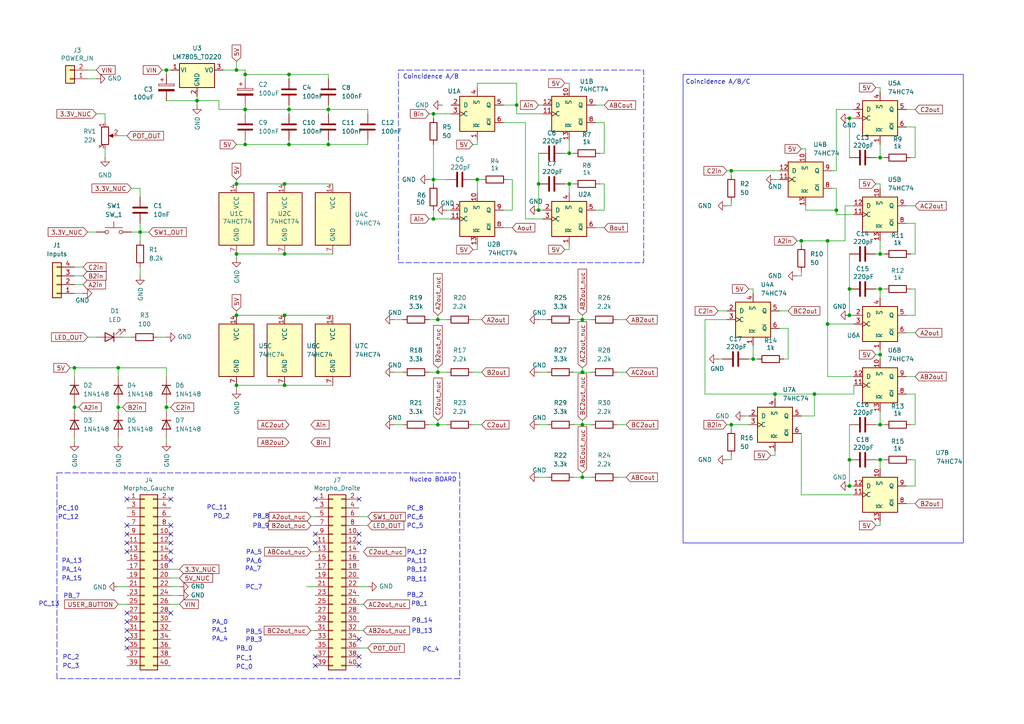
<source format=kicad_sch>
(kicad_sch (version 20231120) (generator "eeschema") (generator_version "8.0")
  (paper "A4")
  (junction (at 156.21 53.34))
  (junction (at 83.82 31.75))
  (junction (at 138.43 52.07))
  (junction (at 232.41 69.85))
  (junction (at 57.15 29.21))
  (junction (at 21.59 106.68))
  (junction (at 48.26 20.32))
  (junction (at 127 92.71))
  (junction (at 240.03 69.85))
  (junction (at 82.55 53.34))
  (junction (at 68.58 111.76))
  (junction (at 236.22 114.3))
  (junction (at 246.38 133.35))
  (junction (at 242.57 60.96))
  (junction (at 82.55 73.66))
  (junction (at 240.03 93.98))
  (junction (at 83.82 21.59))
  (junction (at 168.91 123.19))
  (junction (at 127 107.95))
  (junction (at 68.58 73.66))
  (junction (at 71.12 31.75))
  (junction (at 83.82 41.91))
  (junction (at 125.73 33.02))
  (junction (at 34.29 118.11))
  (junction (at 82.55 91.44))
  (junction (at 156.21 60.96))
  (junction (at 125.73 52.07))
  (junction (at 68.58 20.32))
  (junction (at 255.27 123.19))
  (junction (at 82.55 111.76))
  (junction (at 255.27 102.87))
  (junction (at 95.25 41.91))
  (junction (at 255.27 45.72))
  (junction (at 224.79 114.3))
  (junction (at 165.1 53.34))
  (junction (at 165.1 44.45))
  (junction (at 168.91 107.95))
  (junction (at 246.38 34.29))
  (junction (at 246.38 140.97))
  (junction (at 68.58 53.34))
  (junction (at 125.73 63.5))
  (junction (at 34.29 106.68))
  (junction (at 255.27 83.82))
  (junction (at 71.12 21.59))
  (junction (at 68.58 91.44))
  (junction (at 246.38 91.44))
  (junction (at 127 123.19))
  (junction (at 48.26 118.11))
  (junction (at 212.09 49.53))
  (junction (at 255.27 133.35))
  (junction (at 71.12 41.91))
  (junction (at 218.44 104.14))
  (junction (at 40.64 67.31))
  (junction (at 168.91 92.71))
  (junction (at 246.38 83.82))
  (junction (at 255.27 73.66))
  (junction (at 21.59 118.11))
  (junction (at 95.25 31.75))
  (junction (at 149.86 30.48))
  (junction (at 168.91 138.43))
  (junction (at 212.09 123.19))
  (no_connect (at 91.44 154.94))
  (no_connect (at 91.44 193.04))
  (no_connect (at 91.44 190.5))
  (no_connect (at 49.53 154.94))
  (no_connect (at 104.14 185.42))
  (no_connect (at 36.83 160.02))
  (no_connect (at 36.83 152.4))
  (no_connect (at 104.14 193.04))
  (no_connect (at 49.53 157.48))
  (no_connect (at 36.83 185.42))
  (no_connect (at 36.83 180.34))
  (no_connect (at 49.53 160.02))
  (no_connect (at 49.53 152.4))
  (no_connect (at 49.53 177.8))
  (no_connect (at 49.53 162.56))
  (no_connect (at 36.83 177.8))
  (no_connect (at 104.14 190.5))
  (no_connect (at 104.14 154.94))
  (no_connect (at 49.53 144.78))
  (no_connect (at 36.83 144.78))
  (no_connect (at 104.14 157.48))
  (no_connect (at 36.83 157.48))
  (no_connect (at 36.83 154.94))
  (no_connect (at 36.83 182.88))
  (no_connect (at 91.44 144.78))
  (no_connect (at 104.14 144.78))
  (no_connect (at 36.83 187.96))
  (no_connect (at 91.44 157.48))
  (wire (pts (xy 95.25 31.75) (xy 95.25 30.48)))
  (wire (pts (xy 82.55 91.44) (xy 96.52 91.44)))
  (wire (pts (xy 255.27 123.19) (xy 256.54 123.19)))
  (wire (pts (xy 127 107.95) (xy 129.54 107.95)))
  (wire (pts (xy 232.41 78.74) (xy 232.41 80.01)))
  (wire (pts (xy 247.65 114.3) (xy 247.65 111.76)))
  (wire (pts (xy 262.89 64.77) (xy 265.43 64.77)))
  (wire (pts (xy 68.58 41.91) (xy 71.12 41.91)))
  (wire (pts (xy 90.17 182.88) (xy 91.44 182.88)))
  (wire (pts (xy 246.38 34.29) (xy 247.65 34.29)))
  (wire (pts (xy 232.41 120.65) (xy 236.22 120.65)))
  (wire (pts (xy 163.83 44.45) (xy 165.1 44.45)))
  (wire (pts (xy 149.86 33.02) (xy 157.48 33.02)))
  (wire (pts (xy 212.09 123.19) (xy 217.17 123.19)))
  (wire (pts (xy 156.21 107.95) (xy 158.75 107.95)))
  (wire (pts (xy 52.07 167.64) (xy 49.53 167.64)))
  (wire (pts (xy 68.58 17.78) (xy 68.58 20.32)))
  (wire (pts (xy 223.52 132.08) (xy 224.79 132.08)))
  (wire (pts (xy 82.55 73.66) (xy 96.52 73.66)))
  (wire (pts (xy 48.26 118.11) (xy 48.26 119.38)))
  (wire (pts (xy 255.27 73.66) (xy 256.54 73.66)))
  (wire (pts (xy 264.16 133.35) (xy 265.43 133.35)))
  (wire (pts (xy 71.12 31.75) (xy 63.5 31.75)))
  (wire (pts (xy 210.82 59.69) (xy 212.09 59.69)))
  (wire (pts (xy 166.37 123.19) (xy 168.91 123.19)))
  (wire (pts (xy 168.91 138.43) (xy 171.45 138.43)))
  (wire (pts (xy 138.43 52.07) (xy 138.43 55.88)))
  (wire (pts (xy 215.9 120.65) (xy 217.17 120.65)))
  (wire (pts (xy 82.55 53.34) (xy 96.52 53.34)))
  (wire (pts (xy 262.89 146.05) (xy 265.43 146.05)))
  (wire (pts (xy 38.1 67.31) (xy 40.64 67.31)))
  (wire (pts (xy 68.58 91.44) (xy 82.55 91.44)))
  (wire (pts (xy 49.53 175.26) (xy 52.07 175.26)))
  (wire (pts (xy 204.47 114.3) (xy 204.47 92.71)))
  (wire (pts (xy 168.91 121.92) (xy 168.91 123.19)))
  (wire (pts (xy 129.54 60.96) (xy 130.81 60.96)))
  (wire (pts (xy 63.5 29.21) (xy 57.15 29.21)))
  (wire (pts (xy 247.65 109.22) (xy 240.03 109.22)))
  (wire (pts (xy 68.58 111.76) (xy 68.58 113.03)))
  (wire (pts (xy 114.3 123.19) (xy 116.84 123.19)))
  (wire (pts (xy 165.1 44.45) (xy 166.37 44.45)))
  (wire (pts (xy 125.73 53.34) (xy 125.73 52.07)))
  (wire (pts (xy 242.57 62.23) (xy 242.57 60.96)))
  (wire (pts (xy 204.47 92.71) (xy 210.82 92.71)))
  (wire (pts (xy 27.94 33.02) (xy 30.48 33.02)))
  (wire (pts (xy 226.06 90.17) (xy 228.6 90.17)))
  (wire (pts (xy 246.38 91.44) (xy 246.38 83.82)))
  (wire (pts (xy 34.29 118.11) (xy 34.29 119.38)))
  (wire (pts (xy 233.68 43.18) (xy 233.68 44.45)))
  (wire (pts (xy 125.73 41.91) (xy 125.73 52.07)))
  (wire (pts (xy 227.33 104.14) (xy 228.6 104.14)))
  (wire (pts (xy 25.4 67.31) (xy 27.94 67.31)))
  (wire (pts (xy 21.59 127) (xy 21.59 128.27)))
  (wire (pts (xy 63.5 31.75) (xy 63.5 29.21)))
  (wire (pts (xy 262.89 96.52) (xy 265.43 96.52)))
  (wire (pts (xy 146.05 60.96) (xy 148.59 60.96)))
  (wire (pts (xy 68.58 53.34) (xy 82.55 53.34)))
  (wire (pts (xy 173.99 44.45) (xy 175.26 44.45)))
  (wire (pts (xy 255.27 53.34) (xy 255.27 54.61)))
  (wire (pts (xy 254 25.4) (xy 255.27 25.4)))
  (wire (pts (xy 247.65 91.44) (xy 246.38 91.44)))
  (wire (pts (xy 83.82 31.75) (xy 83.82 30.48)))
  (wire (pts (xy 35.56 118.11) (xy 34.29 118.11)))
  (wire (pts (xy 172.72 30.48) (xy 175.26 30.48)))
  (wire (pts (xy 64.77 20.32) (xy 68.58 20.32)))
  (wire (pts (xy 212.09 49.53) (xy 212.09 50.8)))
  (wire (pts (xy 21.59 118.11) (xy 21.59 116.84)))
  (wire (pts (xy 127 106.68) (xy 127 107.95)))
  (wire (pts (xy 104.14 152.4) (xy 106.68 152.4)))
  (wire (pts (xy 49.53 172.72) (xy 52.07 172.72)))
  (wire (pts (xy 210.82 49.53) (xy 212.09 49.53)))
  (wire (pts (xy 236.22 114.3) (xy 236.22 120.65)))
  (wire (pts (xy 106.68 41.91) (xy 95.25 41.91)))
  (wire (pts (xy 152.4 35.56) (xy 152.4 63.5)))
  (wire (pts (xy 156.21 123.19) (xy 158.75 123.19)))
  (wire (pts (xy 90.17 160.02) (xy 91.44 160.02)))
  (wire (pts (xy 49.53 165.1) (xy 52.07 165.1)))
  (wire (pts (xy 218.44 83.82) (xy 218.44 85.09)))
  (wire (pts (xy 125.73 60.96) (xy 125.73 63.5)))
  (wire (pts (xy 156.21 60.96) (xy 157.48 60.96)))
  (wire (pts (xy 34.29 170.18) (xy 36.83 170.18)))
  (wire (pts (xy 254 102.87) (xy 255.27 102.87)))
  (wire (pts (xy 104.14 175.26) (xy 105.41 175.26)))
  (wire (pts (xy 104.14 170.18) (xy 106.68 170.18)))
  (wire (pts (xy 246.38 34.29) (xy 246.38 45.72)))
  (wire (pts (xy 264.16 123.19) (xy 265.43 123.19)))
  (wire (pts (xy 254 73.66) (xy 255.27 73.66)))
  (wire (pts (xy 254 45.72) (xy 255.27 45.72)))
  (wire (pts (xy 34.29 175.26) (xy 36.83 175.26)))
  (wire (pts (xy 212.09 49.53) (xy 226.06 49.53)))
  (wire (pts (xy 245.11 59.69) (xy 245.11 69.85)))
  (wire (pts (xy 38.1 54.61) (xy 40.64 54.61)))
  (wire (pts (xy 212.09 123.19) (xy 212.09 124.46)))
  (wire (pts (xy 127 123.19) (xy 129.54 123.19)))
  (wire (pts (xy 125.73 52.07) (xy 129.54 52.07)))
  (wire (pts (xy 125.73 63.5) (xy 130.81 63.5)))
  (wire (pts (xy 71.12 31.75) (xy 83.82 31.75)))
  (wire (pts (xy 68.58 73.66) (xy 82.55 73.66)))
  (wire (pts (xy 246.38 140.97) (xy 247.65 140.97)))
  (wire (pts (xy 165.1 72.39) (xy 165.1 71.12)))
  (wire (pts (xy 20.32 106.68) (xy 21.59 106.68)))
  (wire (pts (xy 137.16 41.91) (xy 138.43 41.91)))
  (wire (pts (xy 114.3 107.95) (xy 116.84 107.95)))
  (wire (pts (xy 232.41 69.85) (xy 232.41 71.12)))
  (wire (pts (xy 83.82 31.75) (xy 83.82 33.02)))
  (wire (pts (xy 49.53 170.18) (xy 52.07 170.18)))
  (wire (pts (xy 82.55 111.76) (xy 96.52 111.76)))
  (wire (pts (xy 138.43 24.13) (xy 138.43 25.4)))
  (wire (pts (xy 254 123.19) (xy 255.27 123.19)))
  (wire (pts (xy 246.38 123.19) (xy 246.38 133.35)))
  (wire (pts (xy 25.4 97.79) (xy 27.94 97.79)))
  (wire (pts (xy 262.89 140.97) (xy 265.43 140.97)))
  (wire (pts (xy 179.07 92.71) (xy 181.61 92.71)))
  (wire (pts (xy 255.27 83.82) (xy 255.27 86.36)))
  (wire (pts (xy 21.59 118.11) (xy 21.59 119.38)))
  (wire (pts (xy 242.57 60.96) (xy 233.68 60.96)))
  (wire (pts (xy 166.37 92.71) (xy 168.91 92.71)))
  (wire (pts (xy 262.89 59.69) (xy 265.43 59.69)))
  (wire (pts (xy 138.43 72.39) (xy 138.43 71.12)))
  (wire (pts (xy 231.14 69.85) (xy 232.41 69.85)))
  (wire (pts (xy 127 121.92) (xy 127 123.19)))
  (wire (pts (xy 48.26 127) (xy 48.26 128.27)))
  (wire (pts (xy 255.27 45.72) (xy 256.54 45.72)))
  (wire (pts (xy 212.09 133.35) (xy 212.09 132.08)))
  (wire (pts (xy 104.14 182.88) (xy 105.41 182.88)))
  (wire (pts (xy 255.27 25.4) (xy 255.27 26.67)))
  (wire (pts (xy 228.6 95.25) (xy 228.6 104.14)))
  (wire (pts (xy 232.41 80.01) (xy 231.14 80.01)))
  (wire (pts (xy 124.46 123.19) (xy 127 123.19)))
  (wire (pts (xy 146.05 30.48) (xy 149.86 30.48)))
  (wire (pts (xy 255.27 133.35) (xy 255.27 135.89)))
  (wire (pts (xy 34.29 106.68) (xy 34.29 109.22)))
  (wire (pts (xy 246.38 133.35) (xy 246.38 140.97)))
  (wire (pts (xy 137.16 52.07) (xy 138.43 52.07)))
  (wire (pts (xy 137.16 107.95) (xy 139.7 107.95)))
  (wire (pts (xy 240.03 93.98) (xy 240.03 69.85)))
  (wire (pts (xy 233.68 60.96) (xy 233.68 59.69)))
  (wire (pts (xy 156.21 53.34) (xy 156.21 60.96)))
  (wire (pts (xy 127 92.71) (xy 129.54 92.71)))
  (wire (pts (xy 48.26 118.11) (xy 48.26 116.84)))
  (wire (pts (xy 165.1 24.13) (xy 165.1 25.4)))
  (wire (pts (xy 168.91 92.71) (xy 171.45 92.71)))
  (wire (pts (xy 149.86 30.48) (xy 149.86 33.02)))
  (wire (pts (xy 247.65 93.98) (xy 240.03 93.98)))
  (wire (pts (xy 262.89 36.83) (xy 265.43 36.83)))
  (wire (pts (xy 125.73 33.02) (xy 130.81 33.02)))
  (wire (pts (xy 166.37 138.43) (xy 168.91 138.43)))
  (wire (pts (xy 139.7 52.07) (xy 138.43 52.07)))
  (wire (pts (xy 95.25 41.91) (xy 83.82 41.91)))
  (wire (pts (xy 34.29 39.37) (xy 36.83 39.37)))
  (wire (pts (xy 218.44 100.33) (xy 218.44 104.14)))
  (wire (pts (xy 40.64 54.61) (xy 40.64 57.15)))
  (wire (pts (xy 210.82 133.35) (xy 212.09 133.35)))
  (wire (pts (xy 57.15 29.21) (xy 57.15 30.48)))
  (wire (pts (xy 245.11 69.85) (xy 240.03 69.85)))
  (wire (pts (xy 68.58 111.76) (xy 82.55 111.76)))
  (wire (pts (xy 68.58 73.66) (xy 68.58 74.93)))
  (wire (pts (xy 30.48 43.18) (xy 30.48 45.72)))
  (wire (pts (xy 40.64 77.47) (xy 40.64 80.01)))
  (wire (pts (xy 95.25 21.59) (xy 83.82 21.59)))
  (wire (pts (xy 254 152.4) (xy 255.27 152.4)))
  (wire (pts (xy 212.09 59.69) (xy 212.09 58.42)))
  (wire (pts (xy 240.03 93.98) (xy 240.03 109.22)))
  (wire (pts (xy 172.72 66.04) (xy 175.26 66.04)))
  (wire (pts (xy 224.79 132.08) (xy 224.79 130.81)))
  (wire (pts (xy 262.89 91.44) (xy 265.43 91.44)))
  (wire (pts (xy 104.14 149.86) (xy 106.68 149.86)))
  (wire (pts (xy 137.16 72.39) (xy 138.43 72.39)))
  (wire (pts (xy 224.79 52.07) (xy 226.06 52.07)))
  (wire (pts (xy 125.73 33.02) (xy 125.73 34.29)))
  (wire (pts (xy 21.59 77.47) (xy 24.13 77.47)))
  (wire (pts (xy 125.73 52.07) (xy 124.46 52.07)))
  (polyline (pts (xy 16.51 137.16) (xy 133.35 137.16)) (stroke (width 0) (type dash)))
  (wire (pts (xy 95.25 22.86) (xy 95.25 21.59)))
  (wire (pts (xy 83.82 41.91) (xy 71.12 41.91)))
  (wire (pts (xy 242.57 31.75) (xy 247.65 31.75)))
  (wire (pts (xy 148.59 60.96) (xy 148.59 52.07)))
  (wire (pts (xy 71.12 21.59) (xy 71.12 22.86)))
  (wire (pts (xy 163.83 24.13) (xy 165.1 24.13)))
  (wire (pts (xy 95.25 31.75) (xy 95.25 33.02)))
  (wire (pts (xy 254 83.82) (xy 255.27 83.82)))
  (wire (pts (xy 68.58 90.17) (xy 68.58 91.44)))
  (wire (pts (xy 146.05 66.04) (xy 148.59 66.04)))
  (wire (pts (xy 173.99 53.34) (xy 175.26 53.34)))
  (wire (pts (xy 255.27 69.85) (xy 255.27 73.66)))
  (wire (pts (xy 21.59 82.55) (xy 24.13 82.55)))
  (wire (pts (xy 232.41 43.18) (xy 233.68 43.18)))
  (wire (pts (xy 49.53 118.11) (xy 48.26 118.11)))
  (wire (pts (xy 264.16 45.72) (xy 265.43 45.72)))
  (wire (pts (xy 40.64 67.31) (xy 40.64 64.77)))
  (wire (pts (xy 124.46 33.02) (xy 125.73 33.02)))
  (wire (pts (xy 265.43 91.44) (xy 265.43 83.82)))
  (wire (pts (xy 156.21 44.45) (xy 156.21 53.34)))
  (wire (pts (xy 106.68 40.64) (xy 106.68 41.91)))
  (wire (pts (xy 262.89 109.22) (xy 265.43 109.22)))
  (wire (pts (xy 127 91.44) (xy 127 92.71)))
  (wire (pts (xy 236.22 114.3) (xy 224.79 114.3)))
  (wire (pts (xy 217.17 83.82) (xy 218.44 83.82)))
  (wire (pts (xy 254 53.34) (xy 255.27 53.34)))
  (wire (pts (xy 48.26 106.68) (xy 48.26 109.22)))
  (wire (pts (xy 71.12 31.75) (xy 71.12 33.02)))
  (wire (pts (xy 48.26 29.21) (xy 57.15 29.21)))
  (wire (pts (xy 156.21 30.48) (xy 157.48 30.48)))
  (wire (pts (xy 106.68 31.75) (xy 95.25 31.75)))
  (wire (pts (xy 255.27 119.38) (xy 255.27 123.19)))
  (wire (pts (xy 34.29 127) (xy 34.29 128.27)))
  (wire (pts (xy 256.54 133.35) (xy 255.27 133.35)))
  (wire (pts (xy 210.82 123.19) (xy 212.09 123.19)))
  (wire (pts (xy 114.3 92.71) (xy 116.84 92.71)))
  (wire (pts (xy 175.26 35.56) (xy 172.72 35.56)))
  (wire (pts (xy 35.56 97.79) (xy 38.1 97.79)))
  (wire (pts (xy 217.17 104.14) (xy 218.44 104.14)))
  (wire (pts (xy 265.43 64.77) (xy 265.43 73.66)))
  (wire (pts (xy 175.26 44.45) (xy 175.26 35.56)))
  (wire (pts (xy 208.28 104.14) (xy 209.55 104.14)))
  (wire (pts (xy 241.3 54.61) (xy 242.57 54.61)))
  (wire (pts (xy 68.58 52.07) (xy 68.58 53.34)))
  (wire (pts (xy 124.46 107.95) (xy 127 107.95)))
  (wire (pts (xy 255.27 102.87) (xy 255.27 101.6)))
  (wire (pts (xy 236.22 114.3) (xy 247.65 114.3)))
  (wire (pts (xy 148.59 52.07) (xy 147.32 52.07)))
  (wire (pts (xy 226.06 95.25) (xy 228.6 95.25)))
  (wire (pts (xy 265.43 36.83) (xy 265.43 45.72)))
  (wire (pts (xy 265.43 114.3) (xy 265.43 123.19)))
  (wire (pts (xy 46.99 20.32) (xy 48.26 20.32)))
  (wire (pts (xy 21.59 106.68) (xy 21.59 109.22)))
  (wire (pts (xy 255.27 152.4) (xy 255.27 151.13)))
  (wire (pts (xy 34.29 106.68) (xy 48.26 106.68)))
  (wire (pts (xy 21.59 80.01) (xy 24.13 80.01)))
  (wire (pts (xy 264.16 73.66) (xy 265.43 73.66)))
  (wire (pts (xy 90.17 149.86) (xy 91.44 149.86)))
  (wire (pts (xy 165.1 40.64) (xy 165.1 44.45)))
  (wire (pts (xy 30.48 33.02) (xy 30.48 35.56)))
  (wire (pts (xy 218.44 104.14) (xy 219.71 104.14)))
  (wire (pts (xy 104.14 187.96) (xy 106.68 187.96)))
  (wire (pts (xy 88.9 170.18) (xy 91.44 170.18)))
  (wire (pts (xy 255.27 41.91) (xy 255.27 45.72)))
  (wire (pts (xy 247.65 143.51) (xy 232.41 143.51)))
  (wire (pts (xy 264.16 83.82) (xy 265.43 83.82)))
  (wire (pts (xy 48.26 20.32) (xy 48.26 21.59)))
  (wire (pts (xy 179.07 123.19) (xy 181.61 123.19)))
  (wire (pts (xy 254 133.35) (xy 255.27 133.35)))
  (wire (pts (xy 246.38 73.66) (xy 246.38 83.82)))
  (wire (pts (xy 168.91 91.44) (xy 168.91 92.71)))
  (wire (pts (xy 156.21 92.71) (xy 158.75 92.71)))
  (wire (pts (xy 168.91 137.16) (xy 168.91 138.43)))
  (wire (pts (xy 152.4 35.56) (xy 146.05 35.56)))
  (wire (pts (xy 265.43 140.97) (xy 265.43 133.35)))
  (wire (pts (xy 71.12 40.64) (xy 71.12 41.91)))
  (wire (pts (xy 95.25 40.64) (xy 95.25 41.91)))
  (wire (pts (xy 71.12 21.59) (xy 83.82 21.59)))
  (wire (pts (xy 149.86 30.48) (xy 149.86 24.13)))
  (wire (pts (xy 90.17 152.4) (xy 91.44 152.4)))
  (wire (pts (xy 25.4 22.86) (xy 27.94 22.86)))
  (wire (pts (xy 124.46 92.71) (xy 127 92.71)))
  (wire (pts (xy 240.03 69.85) (xy 232.41 69.85)))
  (wire (pts (xy 242.57 49.53) (xy 242.57 31.75)))
  (wire (pts (xy 83.82 31.75) (xy 95.25 31.75)))
  (wire (pts (xy 166.37 107.95) (xy 168.91 107.95)))
  (wire (pts (xy 21.59 106.68) (xy 34.29 106.68)))
  (wire (pts (xy 34.29 118.11) (xy 34.29 116.84)))
  (wire (pts (xy 179.07 138.43) (xy 181.61 138.43)))
  (wire (pts (xy 71.12 20.32) (xy 71.12 21.59)))
  (polyline (pts (xy 16.51 196.85) (xy 16.51 137.16)) (stroke (width 0) (type dash)))
  (wire (pts (xy 175.26 53.34) (xy 175.26 60.96)))
  (wire (pts (xy 40.64 67.31) (xy 43.18 67.31)))
  (wire (pts (xy 157.48 63.5) (xy 152.4 63.5)))
  (polyline (pts (xy 133.35 137.16) (xy 133.35 196.85)) (stroke (width 0) (type dash)))
  (wire (pts (xy 247.65 59.69) (xy 245.11 59.69)))
  (wire (pts (xy 71.12 30.48) (xy 71.12 31.75)))
  (wire (pts (xy 163.83 53.34) (xy 165.1 53.34)))
  (wire (pts (xy 166.37 53.34) (xy 165.1 53.34)))
  (wire (pts (xy 149.86 24.13) (xy 138.43 24.13)))
  (wire (pts (xy 48.26 20.32) (xy 49.53 20.32)))
  (wire (pts (xy 156.21 138.43) (xy 158.75 138.43)))
  (wire (pts (xy 241.3 49.53) (xy 242.57 49.53)))
  (wire (pts (xy 138.43 41.91) (xy 138.43 40.64)))
  (wire (pts (xy 168.91 123.19) (xy 171.45 123.19)))
  (wire (pts (xy 256.54 83.82) (xy 255.27 83.82)))
  (wire (pts (xy 22.86 118.11) (xy 21.59 118.11)))
  (wire (pts (xy 83.82 22.86) (xy 83.82 21.59)))
  (wire (pts (xy 242.57 54.61) (xy 242.57 60.96)))
  (wire (pts (xy 168.91 107.95) (xy 171.45 107.95)))
  (wire (pts (xy 232.41 143.51) (xy 232.41 125.73)))
  (wire (pts (xy 124.46 63.5) (xy 125.73 63.5)))
  (wire (pts (xy 224.79 114.3) (xy 224.79 115.57)))
  (wire (pts (xy 45.72 97.79) (xy 48.26 97.79)))
  (wire (pts (xy 137.16 92.71) (xy 139.7 92.71)))
  (wire (pts (xy 262.89 114.3) (xy 265.43 114.3)))
  (wire (pts (xy 168.91 106.68) (xy 168.91 107.95)))
  (wire (pts (xy 208.28 90.17) (xy 210.82 90.17)))
  (polyline (pts (xy 133.35 196.85) (xy 16.51 196.85)) (stroke (width 0) (type dash)))
  (wire (pts (xy 137.16 123.19) (xy 139.7 123.19)))
  (wire (pts (xy 262.89 31.75) (xy 265.43 31.75)))
  (wire (pts (xy 165.1 53.34) (xy 165.1 55.88)))
  (wire (pts (xy 25.4 20.32) (xy 27.94 20.32)))
  (wire (pts (xy 175.26 60.96) (xy 172.72 60.96)))
  (wire (pts (xy 57.15 27.94) (xy 57.15 29.21)))
  (wire (pts (xy 224.79 114.3) (xy 204.47 114.3)))
  (wire (pts (xy 40.64 67.31) (xy 40.64 69.85)))
  (wire (pts (xy 83.82 40.64) (xy 83.82 41.91)))
  (wire (pts (xy 255.27 102.87) (xy 255.27 104.14)))
  (wire (pts (xy 242.57 62.23) (xy 247.65 62.23)))
  (wire (pts (xy 68.58 20.32) (xy 71.12 20.32)))
  (wire (pts (xy 106.68 33.02) (xy 106.68 31.75)))
  (wire (pts (xy 163.83 72.39) (xy 165.1 72.39)))
  (wire (pts (xy 21.59 85.09) (xy 24.13 85.09)))
  (wire (pts (xy 179.07 107.95) (xy 181.61 107.95)))
  (rectangle (start 115.57 20.32) (end 186.69 76.2) (stroke (width 0) (type dash)))
  (rectangle (start 198.12 21.59) (end 279.4 157.48))
  (text "PA_12" (at 120.904 160.274 0) (effects (font (size 1.27 1.27))))
  (text "PC_2" (at 20.574 190.754 0) (effects (font (size 1.27 1.27))))
  (text "PB_8" (at 75.692 149.86 0) (effects (font (size 1.27 1.27))))
  (text "PA_7" (at 73.406 165.1 0) (effects (font (size 1.27 1.27))))
  (text "PB_0" (at 70.866 188.214 0) (effects (font (size 1.27 1.27))))
  (text "PC_8" (at 120.396 147.574 0) (effects (font (size 1.27 1.27))))
  (text "PC_11" (at 62.992 147.32 0) (effects (font (size 1.27 1.27))))
  (text "PB_3\n\n" (at 73.66 186.69 0) (effects (font (size 1.27 1.27))))
  (text "PA_5" (at 73.66 160.274 0) (effects (font (size 1.27 1.27))))
  (text "PB_13" (at 122.428 183.134 0) (effects (font (size 1.27 1.27))))
  (text "PA_14" (at 20.828 165.354 0) (effects (font (size 1.27 1.27))))
  (text "Coincidence A/B" (at 124.968 22.352 0) (effects (font (size 1.27 1.27))))
  (text "PB_11" (at 120.904 168.148 0) (effects (font (size 1.27 1.27))))
  (text "Coincidence A/B/C" (at 208.28 23.876 0) (effects (font (size 1.27 1.27))))
  (text "PC_7" (at 73.66 170.434 0) (effects (font (size 1.27 1.27))))
  (text "PB_9" (at 75.692 152.654 0) (effects (font (size 1.27 1.27))))
  (text "PC_5" (at 120.396 152.654 0) (effects (font (size 1.27 1.27))))
  (text "PB_2" (at 120.396 172.72 0) (effects (font (size 1.27 1.27))))
  (text "PC_1" (at 70.866 191.008 0) (effects (font (size 1.27 1.27))))
  (text "PC_12" (at 19.812 150.114 0) (effects (font (size 1.27 1.27))))
  (text "PB_14" (at 122.428 180.086 0) (effects (font (size 1.27 1.27))))
  (text "PC_13" (at 14.224 175.26 0) (effects (font (size 1.27 1.27))))
  (text "PD_2" (at 64.262 149.86 0) (effects (font (size 1.27 1.27))))
  (text "PA_15" (at 20.828 167.894 0) (effects (font (size 1.27 1.27))))
  (text "PC_10" (at 19.812 147.574 0) (effects (font (size 1.27 1.27))))
  (text "PA_11" (at 120.904 162.814 0) (effects (font (size 1.27 1.27))))
  (text "PC_4" (at 124.968 188.468 0) (effects (font (size 1.27 1.27))))
  (text "PA_6" (at 73.66 162.814 0) (effects (font (size 1.27 1.27))))
  (text "PA_13" (at 20.828 162.814 0) (effects (font (size 1.27 1.27))))
  (text "PB_7" (at 20.828 172.974 0) (effects (font (size 1.27 1.27))))
  (text "PA_1" (at 63.754 182.88 0) (effects (font (size 1.27 1.27))))
  (text "Nucleo BOARD" (at 118.618 139.954 0) (effects (font (size 1.27 1.27)) (justify left bottom)))
  (text "PC_0" (at 70.866 193.548 0) (effects (font (size 1.27 1.27))))
  (text "PB_12" (at 120.904 165.354 0) (effects (font (size 1.27 1.27))))
  (text "PC_3" (at 20.574 193.294 0) (effects (font (size 1.27 1.27))))
  (text "PB_1\n" (at 121.666 175.26 0) (effects (font (size 1.27 1.27))))
  (text "PA_0" (at 63.754 180.594 0) (effects (font (size 1.27 1.27))))
  (text "PA_4" (at 63.754 185.42 0) (effects (font (size 1.27 1.27))))
  (text "PC_6" (at 120.396 150.114 0) (effects (font (size 1.27 1.27))))
  (text "PB_5\n\n" (at 73.66 184.404 0) (effects (font (size 1.27 1.27))))
  (global_label "A2in" (shape input) (at 24.13 82.55 0) (property "Intersheetrefs" "${INTERSHEET_REFS}" (effects (hide yes))))
  (global_label "USER_BUTTON" (shape input) (at 34.29 175.26 180) (property "Intersheetrefs" "${INTERSHEET_REFS}" (effects (hide yes))))
  (global_label "C2out_nuc" (shape input) (at 105.41 160.02 0) (property "Intersheetrefs" "${INTERSHEET_REFS}" (effects (hide yes))))
  (global_label "A2out" (shape input) (at 139.7 92.71 0) (property "Intersheetrefs" "${INTERSHEET_REFS}" (effects (hide yes))))
  (global_label "BC2out_nuc" (shape input) (at 90.17 182.88 180) (property "Intersheetrefs" "${INTERSHEET_REFS}" (effects (hide yes))))
  (global_label "5V" (shape input) (at 254 152.4 180) (property "Intersheetrefs" "${INTERSHEET_REFS}" (effects (hide yes))))
  (global_label "Bin" (shape input) (at 124.46 33.02 180) (property "Intersheetrefs" "${INTERSHEET_REFS}" (effects (hide yes))))
  (global_label "B2out_nuc" (shape input) (at 127 106.68 90) (property "Intersheetrefs" "${INTERSHEET_REFS}" (effects (hide yes))))
  (global_label "B2in" (shape input) (at 210.82 123.19 180) (property "Intersheetrefs" "${INTERSHEET_REFS}" (effects (hide yes))))
  (global_label "A2out" (shape input) (at 265.43 96.52 0) (property "Intersheetrefs" "${INTERSHEET_REFS}" (effects (hide yes))))
  (global_label "VIN" (shape input) (at 27.94 20.32 0) (property "Intersheetrefs" "${INTERSHEET_REFS}" (effects (hide yes))))
  (global_label "SW1_OUT" (shape input) (at 43.18 67.31 0) (property "Intersheetrefs" "${INTERSHEET_REFS}" (effects (hide yes))))
  (global_label "B2out" (shape input) (at 265.43 146.05 0) (property "Intersheetrefs" "${INTERSHEET_REFS}" (effects (hide yes))))
  (global_label "LED_OUT" (shape input) (at 25.4 97.79 180) (property "Intersheetrefs" "${INTERSHEET_REFS}" (effects (hide yes))))
  (global_label "C2in" (shape input) (at 24.13 77.47 0) (property "Intersheetrefs" "${INTERSHEET_REFS}" (effects (hide yes))))
  (global_label "Ain" (shape input) (at 124.46 63.5 180) (property "Intersheetrefs" "${INTERSHEET_REFS}" (effects (hide yes))))
  (global_label "AB2out" (shape input) (at 265.43 109.22 0) (property "Intersheetrefs" "${INTERSHEET_REFS}" (effects (hide yes))))
  (global_label "ABCout_nuc" (shape input) (at 90.17 160.02 180) (property "Intersheetrefs" "${INTERSHEET_REFS}" (effects (hide yes))))
  (global_label "3.3V_NUC" (shape input) (at 38.1 54.61 180) (property "Intersheetrefs" "${INTERSHEET_REFS}" (effects (hide yes))))
  (global_label "POT_OUT" (shape input) (at 36.83 39.37 0) (property "Intersheetrefs" "${INTERSHEET_REFS}" (effects (hide yes))))
  (global_label "3.3V_NUC" (shape input) (at 52.07 165.1 0) (property "Intersheetrefs" "${INTERSHEET_REFS}" (effects (hide yes))))
  (global_label "5V" (shape input) (at 254 102.87 180) (property "Intersheetrefs" "${INTERSHEET_REFS}" (effects (hide yes))))
  (global_label "Ain" (shape input) (at 90.17 123.19 0) (property "Intersheetrefs" "${INTERSHEET_REFS}" (effects (hide yes))))
  (global_label "5V" (shape input) (at 137.16 41.91 180) (property "Intersheetrefs" "${INTERSHEET_REFS}" (effects (hide yes))))
  (global_label "5V" (shape input) (at 232.41 43.18 180) (property "Intersheetrefs" "${INTERSHEET_REFS}" (effects (hide yes))))
  (global_label "C2out" (shape input) (at 265.43 31.75 0) (property "Intersheetrefs" "${INTERSHEET_REFS}" (effects (hide yes))))
  (global_label "C2out_nuc" (shape input) (at 127 121.92 90) (property "Intersheetrefs" "${INTERSHEET_REFS}" (effects (hide yes))))
  (global_label "Ain" (shape input) (at 156.21 30.48 180) (property "Intersheetrefs" "${INTERSHEET_REFS}" (effects (hide yes))))
  (global_label "ABCout_nuc" (shape input) (at 168.91 137.16 90) (property "Intersheetrefs" "${INTERSHEET_REFS}" (effects (hide yes))))
  (global_label "C2in" (shape input) (at 208.28 90.17 180) (property "Intersheetrefs" "${INTERSHEET_REFS}" (effects (hide yes))))
  (global_label "B2in" (shape input) (at 35.56 118.11 0) (property "Intersheetrefs" "${INTERSHEET_REFS}" (effects (hide yes))))
  (global_label "AB2out" (shape input) (at 83.82 128.27 180) (property "Intersheetrefs" "${INTERSHEET_REFS}" (effects (hide yes))))
  (global_label "VIN" (shape input) (at 46.99 20.32 180) (property "Intersheetrefs" "${INTERSHEET_REFS}" (effects (hide yes))))
  (global_label "AB2out_nuc" (shape input) (at 168.91 91.44 90) (property "Intersheetrefs" "${INTERSHEET_REFS}" (effects (hide yes))))
  (global_label "5V" (shape input) (at 68.58 52.07 90) (property "Intersheetrefs" "${INTERSHEET_REFS}" (effects (hide yes))))
  (global_label "A2out_nuc" (shape input) (at 127 91.44 90) (property "Intersheetrefs" "${INTERSHEET_REFS}" (effects (hide yes))))
  (global_label "A2in" (shape input) (at 231.14 69.85 180) (property "Intersheetrefs" "${INTERSHEET_REFS}" (effects (hide yes))))
  (global_label "5V" (shape input) (at 217.17 83.82 180) (property "Intersheetrefs" "${INTERSHEET_REFS}" (effects (hide yes))))
  (global_label "B2out" (shape input) (at 139.7 107.95 0) (property "Intersheetrefs" "${INTERSHEET_REFS}" (effects (hide yes))))
  (global_label "5V" (shape input) (at 68.58 90.17 90) (property "Intersheetrefs" "${INTERSHEET_REFS}" (effects (hide yes))))
  (global_label "ABCout" (shape input) (at 175.26 30.48 0) (property "Intersheetrefs" "${INTERSHEET_REFS}" (effects (hide yes))))
  (global_label "AB2out_nuc" (shape input) (at 105.41 182.88 0) (property "Intersheetrefs" "${INTERSHEET_REFS}" (effects (hide yes))))
  (global_label "5V_NUC" (shape input) (at 52.07 167.64 0) (property "Intersheetrefs" "${INTERSHEET_REFS}" (effects (hide yes))))
  (global_label "BC2out" (shape input) (at 228.6 90.17 0) (property "Intersheetrefs" "${INTERSHEET_REFS}" (effects (hide yes))))
  (global_label "C2in" (shape input) (at 210.82 49.53 180) (property "Intersheetrefs" "${INTERSHEET_REFS}" (effects (hide yes))))
  (global_label "5V" (shape input) (at 254 53.34 180) (property "Intersheetrefs" "${INTERSHEET_REFS}" (effects (hide yes))))
  (global_label "Bin" (shape input) (at 90.17 128.27 0) (property "Intersheetrefs" "${INTERSHEET_REFS}" (effects (hide yes))))
  (global_label "B2in" (shape input) (at 24.13 80.01 0) (property "Intersheetrefs" "${INTERSHEET_REFS}" (effects (hide yes))))
  (global_label "5V" (shape input) (at 163.83 24.13 180) (property "Intersheetrefs" "${INTERSHEET_REFS}" (effects (hide yes))))
  (global_label "Bout" (shape input) (at 175.26 66.04 0) (property "Intersheetrefs" "${INTERSHEET_REFS}" (effects (hide yes))))
  (global_label "5V" (shape input) (at 163.83 72.39 180) (property "Intersheetrefs" "${INTERSHEET_REFS}" (effects (hide yes))))
  (global_label "AC2out_nuc" (shape input) (at 168.91 106.68 90) (property "Intersheetrefs" "${INTERSHEET_REFS}" (effects (hide yes))))
  (global_label "3.3V_NUC" (shape input) (at 25.4 67.31 180) (property "Intersheetrefs" "${INTERSHEET_REFS}" (effects (hide yes))))
  (global_label "POT_OUT" (shape input) (at 106.68 187.96 0) (property "Intersheetrefs" "${INTERSHEET_REFS}" (effects (hide yes))))
  (global_label "AC2out" (shape input) (at 83.82 123.19 180) (property "Intersheetrefs" "${INTERSHEET_REFS}" (effects (hide yes))))
  (global_label "5V" (shape input) (at 137.16 72.39 180) (property "Intersheetrefs" "${INTERSHEET_REFS}" (effects (hide yes))))
  (global_label "BC2out" (shape input) (at 181.61 123.19 0) (property "Intersheetrefs" "${INTERSHEET_REFS}" (effects (hide yes))))
  (global_label "C2in" (shape input) (at 49.53 118.11 0) (property "Intersheetrefs" "${INTERSHEET_REFS}" (effects (hide yes))))
  (global_label "AB2out" (shape input) (at 181.61 92.71 0) (property "Intersheetrefs" "${INTERSHEET_REFS}" (effects (hide yes))))
  (global_label "LED_OUT" (shape input) (at 106.68 152.4 0) (property "Intersheetrefs" "${INTERSHEET_REFS}" (effects (hide yes))))
  (global_label "AC2out" (shape input) (at 265.43 59.69 0) (property "Intersheetrefs" "${INTERSHEET_REFS}" (effects (hide yes))))
  (global_label "Aout" (shape input) (at 148.59 66.04 0) (property "Intersheetrefs" "${INTERSHEET_REFS}" (effects (hide yes))))
  (global_label "5V" (shape input) (at 68.58 17.78 90) (property "Intersheetrefs" "${INTERSHEET_REFS}" (effects (hide yes))))
  (global_label "SW1_OUT" (shape input) (at 106.68 149.86 0) (property "Intersheetrefs" "${INTERSHEET_REFS}" (effects (hide yes))))
  (global_label "AC2out" (shape input) (at 181.61 107.95 0) (property "Intersheetrefs" "${INTERSHEET_REFS}" (effects (hide yes))))
  (global_label "5V" (shape input) (at 254 25.4 180) (property "Intersheetrefs" "${INTERSHEET_REFS}" (effects (hide yes))))
  (global_label "ABCout" (shape input) (at 181.61 138.43 0) (property "Intersheetrefs" "${INTERSHEET_REFS}" (effects (hide yes))))
  (global_label "5V" (shape input) (at 223.52 132.08 180) (property "Intersheetrefs" "${INTERSHEET_REFS}" (effects (hide yes))))
  (global_label "5V" (shape input) (at 20.32 106.68 180) (property "Intersheetrefs" "${INTERSHEET_REFS}" (effects (hide yes))))
  (global_label "3.3V_NUC" (shape input) (at 27.94 33.02 180) (property "Intersheetrefs" "${INTERSHEET_REFS}" (effects (hide yes))))
  (global_label "A2in" (shape input) (at 22.86 118.11 0) (property "Intersheetrefs" "${INTERSHEET_REFS}" (effects (hide yes))))
  (global_label "BC2out_nuc" (shape input) (at 168.91 121.92 90) (property "Intersheetrefs" "${INTERSHEET_REFS}" (effects (hide yes))))
  (global_label "B2out_nuc" (shape input) (at 90.17 152.4 180) (property "Intersheetrefs" "${INTERSHEET_REFS}" (effects (hide yes))))
  (global_label "A2out_nuc" (shape input) (at 90.17 149.86 180) (property "Intersheetrefs" "${INTERSHEET_REFS}" (effects (hide yes))))
  (global_label "5V" (shape input) (at 68.58 41.91 180) (property "Intersheetrefs" "${INTERSHEET_REFS}" (effects (hide yes))))
  (global_label "VIN" (shape input) (at 52.07 175.26 0) (property "Intersheetrefs" "${INTERSHEET_REFS}" (effects (hide yes))))
  (global_label "C2out" (shape input) (at 139.7 123.19 0) (property "Intersheetrefs" "${INTERSHEET_REFS}" (effects (hide yes))))
  (global_label "AC2out_nuc" (shape input) (at 105.41 175.26 0) (property "Intersheetrefs" "${INTERSHEET_REFS}" (effects (hide yes))))
  (symbol (lib_id "Connector_Generic:Conn_01x02") (at 20.32 22.86 180) (unit 1)
    (property "Reference" "J3" (at 22.4028 14.605 0))
    (property "Value" "POWER_IN" (at 22.4028 16.9164 0))
    (property "Footprint" "TerminalBlock_Phoenix:TerminalBlock_Phoenix_MKDS-3-2-5.08_1x02_P5.08mm_Horizontal" (effects (hide yes)))
  )
  (symbol (lib_id "power:GND") (at 27.94 22.86 90) (unit 1)
    (property "Reference" "#PWR08" (effects (hide yes)))
    (property "Value" "GND" (at 31.1912 22.733 90) (effects (justify right)))
  )
  (symbol (lib_id "Connector_Generic:Conn_02x20_Odd_Even") (at 41.91 167.64 0) (unit 1)
    (property "Reference" "J4" (at 43.18 139.2682 0))
    (property "Value" "Morpho_Gauche" (at 43.18 141.5796 0))
    (property "Footprint" "Connector_PinHeader_2.54mm:PinHeader_2x20_P2.54mm_Vertical" (effects (hide yes)))
  )
  (symbol (lib_id "Connector_Generic:Conn_02x20_Odd_Even") (at 96.52 167.64 0) (unit 1)
    (property "Reference" "J7" (at 97.79 139.2682 0))
    (property "Value" "Morpho_Droite" (at 97.79 141.5796 0))
    (property "Footprint" "Connector_PinHeader_2.54mm:PinHeader_2x20_P2.54mm_Vertical" (effects (hide yes)))
  )
  (symbol (lib_id "power:GND") (at 34.29 170.18 270) (unit 1)
    (property "Reference" "#PWR09" (effects (hide yes)))
    (property "Value" "GND" (at 31.0388 170.307 90) (effects (justify right)))
  )
  (symbol (lib_id "power:GND") (at 52.07 170.18 90) (unit 1)
    (property "Reference" "#PWR011" (effects (hide yes)))
    (property "Value" "GND" (at 55.3212 170.053 90) (effects (justify right)))
  )
  (symbol (lib_id "power:GND") (at 52.07 172.72 90) (unit 1)
    (property "Reference" "#PWR012" (effects (hide yes)))
    (property "Value" "GND" (at 55.3212 172.593 90) (effects (justify right)))
  )
  (symbol (lib_id "power:GND") (at 106.68 170.18 90) (unit 1)
    (property "Reference" "#PWR014" (effects (hide yes)))
    (property "Value" "GND" (at 109.9312 170.053 90) (effects (justify right)))
  )
  (symbol (lib_id "Device:R") (at 162.56 138.43 90) (unit 1)
    (property "Reference" "R22" (at 162.56 132.08 90))
    (property "Value" "3.3k" (at 162.56 134.62 90))
    (property "Footprint" "Resistor_THT:R_Axial_DIN0207_L6.3mm_D2.5mm_P10.16mm_Horizontal" (effects (hide yes)))
    (property "Description" "Resistor" (effects (hide yes)))
  )
  (symbol (lib_id "Device:R") (at 170.18 53.34 90) (unit 1)
    (property "Reference" "R8" (at 170.18 48.006 90))
    (property "Value" "1k" (at 170.18 50.038 90))
    (property "Footprint" "Resistor_THT:R_Axial_DIN0207_L6.3mm_D2.5mm_P10.16mm_Horizontal" (effects (hide yes)))
    (property "Description" "Resistor" (effects (hide yes)))
  )
  (symbol (lib_id "Device:C_Polarized") (at 48.26 25.4 0) (unit 1)
    (property "Reference" "C3" (at 41.656 25.908 0) (effects (justify left)))
    (property "Value" "100uF" (at 38.608 28.194 0) (effects (justify left)))
    (property "Footprint" "Capacitor_THT:CP_Radial_D6.3mm_P2.50mm" (effects (hide yes)))
    (property "Description" "Polarized capacitor" (effects (hide yes)))
  )
  (symbol (lib_id "power:GND") (at 24.13 85.09 90) (unit 1)
    (property "Reference" "#PWR026" (effects (hide yes)))
    (property "Value" "GND" (at 21.844 87.122 90) (effects (justify right)))
    (property "Description" "Power symbol creates a global label with name \"GND\" , ground" (effects (hide yes)))
  )
  (symbol (lib_id "74xx:74HC74") (at 96.52 63.5 0) (unit 3)
    (property "Reference" "U4" (at 102.87 62.2299 0) (effects (justify left)))
    (property "Value" "74HC74" (at 102.87 64.7699 0) (effects (justify left)))
    (property "Footprint" "Package_SO:SO-14_3.9x8.65mm_P1.27mm" (effects (hide yes)))
    (property "Datasheet" "74xx/74hc_hct74.pdf" (effects (hide yes)))
    (property "Description" "Dual D Flip-flop, Set & Reset" (effects (hide yes)))
  )
  (symbol (lib_id "power:GND") (at 156.21 123.19 270) (unit 1)
    (property "Reference" "#PWR032" (effects (hide yes)))
    (property "Value" "GND" (at 158.496 121.158 90) (effects (justify right)))
    (property "Description" "Power symbol creates a global label with name \"GND\" , ground" (effects (hide yes)))
  )
  (symbol (lib_id "Device:R") (at 223.52 104.14 90) (unit 1)
    (property "Reference" "R14" (at 223.52 98.806 90))
    (property "Value" "1k" (at 223.52 100.838 90))
    (property "Footprint" "Resistor_THT:R_Axial_DIN0207_L6.3mm_D2.5mm_P10.16mm_Horizontal" (effects (hide yes)))
    (property "Description" "Resistor" (effects (hide yes)))
  )
  (symbol (lib_id "74xx:74HC74") (at 68.58 101.6 0) (unit 3)
    (property "Reference" "U5" (at 74.93 100.3299 0) (effects (justify left)))
    (property "Value" "74HC74" (at 74.93 102.8699 0) (effects (justify left)))
    (property "Footprint" "Package_SO:SO-14_3.9x8.65mm_P1.27mm" (effects (hide yes)))
    (property "Datasheet" "74xx/74hc_hct74.pdf" (effects (hide yes)))
    (property "Description" "Dual D Flip-flop, Set & Reset" (effects (hide yes)))
  )
  (symbol (lib_id "Device:R") (at 175.26 92.71 90) (unit 1)
    (property "Reference" "R26" (at 175.26 86.36 90))
    (property "Value" "2.2k" (at 175.26 88.9 90))
    (property "Footprint" "Resistor_THT:R_Axial_DIN0207_L6.3mm_D2.5mm_P10.16mm_Horizontal" (effects (hide yes)))
    (property "Description" "Resistor" (effects (hide yes)))
  )
  (symbol (lib_id "Device:R") (at 143.51 52.07 90) (unit 1)
    (property "Reference" "R4" (at 143.51 46.736 90))
    (property "Value" "1k" (at 143.51 48.768 90))
    (property "Footprint" "Resistor_THT:R_Axial_DIN0207_L6.3mm_D2.5mm_P10.16mm_Horizontal" (effects (hide yes)))
    (property "Description" "Resistor" (effects (hide yes)))
  )
  (symbol (lib_id "power:GND") (at 57.15 30.48 0) (unit 1)
    (property "Reference" "#PWR010" (effects (hide yes)))
    (property "Value" "GND" (at 57.277 33.7312 90) (effects (justify right)))
  )
  (symbol (lib_id "power:GND") (at 114.3 92.71 270) (unit 1)
    (property "Reference" "#PWR027" (effects (hide yes)))
    (property "Value" "GND" (at 116.586 90.678 90) (effects (justify right)))
    (property "Description" "Power symbol creates a global label with name \"GND\" , ground" (effects (hide yes)))
  )
  (symbol (lib_id "power:GND") (at 114.3 107.95 270) (unit 1)
    (property "Reference" "#PWR024" (effects (hide yes)))
    (property "Value" "GND" (at 116.586 105.918 90) (effects (justify right)))
    (property "Description" "Power symbol creates a global label with name \"GND\" , ground" (effects (hide yes)))
  )
  (symbol (lib_id "Diode:1N4148") (at 21.59 113.03 270) (unit 1)
    (property "Reference" "D2" (at 24.13 111.7599 90) (effects (justify left)))
    (property "Value" "1N4148" (at 24.13 114.2999 90) (effects (justify left)))
    (property "Footprint" "Diode_THT:D_DO-35_SOD27_P7.62mm_Horizontal" (effects (hide yes)))
    (property "Datasheet" "https://assets.nexperia.com/documents/data-sheet/1N4148_1N4448.pdf" (effects (hide yes)))
    (property "Description" "100V 0.15A standard switching diode, DO-35" (effects (hide yes)))
    (property "Sim.Device" "D" (effects (hide yes)))
    (property "Sim.Pins" "1=K 2=A" (effects (hide yes)))
  )
  (symbol (lib_id "power:GND") (at 246.38 140.97 270) (unit 1)
    (property "Reference" "#PWR021" (effects (hide yes)))
    (property "Value" "GND" (at 245.618 138.43 90) (effects (justify right)))
    (property "Description" "Power symbol creates a global label with name \"GND\" , ground" (effects (hide yes)))
  )
  (symbol (lib_id "power:GND") (at 129.54 60.96 270) (unit 1)
    (property "Reference" "#PWR06" (effects (hide yes)))
    (property "Value" "GND" (at 131.826 58.928 90) (effects (justify right)))
    (property "Description" "Power symbol creates a global label with name \"GND\" , ground" (effects (hide yes)))
  )
  (symbol (lib_id "Device:R") (at 133.35 107.95 90) (unit 1)
    (property "Reference" "R17" (at 133.35 101.6 90))
    (property "Value" "2.2k" (at 133.35 104.14 90))
    (property "Footprint" "Resistor_THT:R_Axial_DIN0207_L6.3mm_D2.5mm_P10.16mm_Horizontal" (effects (hide yes)))
    (property "Description" "Resistor" (effects (hide yes)))
  )
  (symbol (lib_id "power:GND") (at 128.27 30.48 270) (unit 1)
    (property "Reference" "#PWR02" (effects (hide yes)))
    (property "Value" "GND" (at 124.46 30.4799 90) (effects (justify right)))
    (property "Description" "Power symbol creates a global label with name \"GND\" , ground" (effects (hide yes)))
  )
  (symbol (lib_id "Device:R") (at 162.56 123.19 90) (unit 1)
    (property "Reference" "R29" (at 162.56 116.84 90))
    (property "Value" "3.3k" (at 162.56 119.38 90))
    (property "Footprint" "Resistor_THT:R_Axial_DIN0207_L6.3mm_D2.5mm_P10.16mm_Horizontal" (effects (hide yes)))
    (property "Description" "Resistor" (effects (hide yes)))
  )
  (symbol (lib_id "74xx:74HC74") (at 255.27 111.76 0) (unit 2)
    (property "Reference" "U6" (at 257.4641 101.6 0) (effects (justify left)))
    (property "Value" "74HC74" (at 257.4641 104.14 0) (effects (justify left)))
    (property "Footprint" "Package_SO:SO-14_3.9x8.65mm_P1.27mm" (effects (hide yes)))
    (property "Datasheet" "74xx/74hc_hct74.pdf" (effects (hide yes)))
    (property "Description" "Dual D Flip-flop, Set & Reset" (effects (hide yes)))
  )
  (symbol (lib_id "Device:R") (at 175.26 123.19 90) (unit 1)
    (property "Reference" "R30" (at 175.26 116.84 90))
    (property "Value" "2.2k" (at 175.26 119.38 90))
    (property "Footprint" "Resistor_THT:R_Axial_DIN0207_L6.3mm_D2.5mm_P10.16mm_Horizontal" (effects (hide yes)))
    (property "Description" "Resistor" (effects (hide yes)))
  )
  (symbol (lib_id "Device:C_Polarized") (at 71.12 26.67 0) (unit 1)
    (property "Reference" "C2" (at 74.93 24.5109 0) (effects (justify left)))
    (property "Value" "100uF" (at 74.93 27.0509 0) (effects (justify left)))
    (property "Footprint" "Capacitor_THT:CP_Radial_D6.3mm_P2.50mm" (effects (hide yes)))
    (property "Description" "Polarized capacitor" (effects (hide yes)))
  )
  (symbol (lib_id "Diode:1N4148") (at 34.29 113.03 270) (unit 1)
    (property "Reference" "D4" (at 36.83 111.7599 90) (effects (justify left)))
    (property "Value" "1N4148" (at 36.83 114.2999 90) (effects (justify left)))
    (property "Footprint" "Diode_THT:D_DO-35_SOD27_P7.62mm_Horizontal" (effects (hide yes)))
    (property "Datasheet" "https://assets.nexperia.com/documents/data-sheet/1N4148_1N4448.pdf" (effects (hide yes)))
    (property "Description" "100V 0.15A standard switching diode, DO-35" (effects (hide yes)))
    (property "Sim.Device" "D" (effects (hide yes)))
    (property "Sim.Pins" "1=K 2=A" (effects (hide yes)))
  )
  (symbol (lib_id "Device:R") (at 120.65 92.71 90) (unit 1)
    (property "Reference" "R19" (at 120.65 86.36 90))
    (property "Value" "3.3k" (at 120.65 88.9 90))
    (property "Footprint" "Resistor_THT:R_Axial_DIN0207_L6.3mm_D2.5mm_P10.16mm_Horizontal" (effects (hide yes)))
    (property "Description" "Resistor" (effects (hide yes)))
  )
  (symbol (lib_id "Diode:1N4148") (at 48.26 123.19 270) (unit 1)
    (property "Reference" "D7" (at 50.8 121.9199 90) (effects (justify left)))
    (property "Value" "1N4148" (at 50.8 124.4599 90) (effects (justify left)))
    (property "Footprint" "Diode_THT:D_DO-35_SOD27_P7.62mm_Horizontal" (effects (hide yes)))
    (property "Datasheet" "https://assets.nexperia.com/documents/data-sheet/1N4148_1N4448.pdf" (effects (hide yes)))
    (property "Description" "100V 0.15A standard switching diode, DO-35" (effects (hide yes)))
    (property "Sim.Device" "D" (effects (hide yes)))
    (property "Sim.Pins" "1=K 2=A" (effects (hide yes)))
  )
  (symbol (lib_id "Device:C") (at 250.19 123.19 90) (unit 1)
    (property "Reference" "C16" (at 250.19 117.348 90))
    (property "Value" "220pF" (at 250.444 119.634 90))
    (property "Footprint" "Capacitor_THT:C_Rect_L4.6mm_W2.0mm_P2.50mm_MKS02_FKP02" (effects (hide yes)))
    (property "Description" "Unpolarized capacitor" (effects (hide yes)))
  )
  (symbol (lib_id "74xx:74HC74") (at 138.43 33.02 0) (unit 1)
    (property "Reference" "U1" (at 129.794 26.416 0) (effects (justify left)))
    (property "Value" "74HCT74" (effects (hide yes)))
    (property "Footprint" "Package_SO:SO-14_3.9x8.65mm_P1.27mm" (effects (hide yes)))
    (property "Datasheet" "74xx/74hc_hct74.pdf" (effects (hide yes)))
    (property "Description" "Dual D Flip-flop, Set & Reset" (effects (hide yes)))
  )
  (symbol (lib_id "Device:R") (at 175.26 138.43 90) (unit 1)
    (property "Reference" "R24" (at 175.26 132.08 90))
    (property "Value" "2.2k" (at 175.26 134.62 90))
    (property "Footprint" "Resistor_THT:R_Axial_DIN0207_L6.3mm_D2.5mm_P10.16mm_Horizontal" (effects (hide yes)))
    (property "Description" "Resistor" (effects (hide yes)))
  )
  (symbol (lib_id "Connector_Generic:Conn_01x04") (at 16.51 82.55 180) (unit 1)
    (property "Reference" "J1" (at 16.51 71.12 0))
    (property "Value" "Inputs" (at 16.51 73.66 0))
    (property "Footprint" "Connector_PinHeader_2.54mm:PinHeader_1x04_P2.54mm_Vertical" (effects (hide yes)))
    (property "Description" "Generic connector, single row, 01x04, script generated (kicad-library-utils/schlib/autogen/connector/)" (effects (hide yes)))
  )
  (symbol (lib_id "Device:R") (at 170.18 44.45 90) (unit 1)
    (property "Reference" "R7" (at 170.18 39.116 90))
    (property "Value" "1k" (at 170.18 41.148 90))
    (property "Footprint" "Resistor_THT:R_Axial_DIN0207_L6.3mm_D2.5mm_P10.16mm_Horizontal" (effects (hide yes)))
    (property "Description" "Resistor" (effects (hide yes)))
  )
  (symbol (lib_id "Device:C") (at 83.82 26.67 0) (unit 1)
    (property "Reference" "C4" (at 87.63 25.3999 0) (effects (justify left)))
    (property "Value" "100nF" (at 87.63 27.9399 0) (effects (justify left)))
    (property "Footprint" "Capacitor_THT:C_Rect_L7.0mm_W2.5mm_P5.00mm" (effects (hide yes)))
    (property "Description" "Unpolarized capacitor" (effects (hide yes)))
  )
  (symbol (lib_id "74xx:74HC74") (at 138.43 63.5 0) (unit 2)
    (property "Reference" "U2" (at 141.224 70.866 0) (effects (justify left)))
    (property "Value" "74HCT74" (at 141.478 73.406 0) (effects (justify left)))
    (property "Footprint" "Package_SO:SO-14_3.9x8.65mm_P1.27mm" (effects (hide yes)))
    (property "Datasheet" "74xx/74hc_hct74.pdf" (effects (hide yes)))
    (property "Description" "Dual D Flip-flop, Set & Reset" (effects (hide yes)))
  )
  (symbol (lib_id "74xx:74HC74") (at 165.1 33.02 0) (unit 2)
    (property "Reference" "U1" (at 168.148 23.622 0) (effects (justify left)))
    (property "Value" "74HCT74" (at 167.894 25.908 0) (effects (justify left)))
    (property "Footprint" "Package_SO:SO-14_3.9x8.65mm_P1.27mm" (effects (hide yes)))
    (property "Datasheet" "74xx/74hc_hct74.pdf" (effects (hide yes)))
    (property "Description" "Dual D Flip-flop, Set & Reset" (effects (hide yes)))
  )
  (symbol (lib_id "74xx:74HC74") (at 68.58 63.5 0) (unit 3)
    (property "Reference" "U1" (at 66.548 61.976 0) (effects (justify left)))
    (property "Value" "74HCT74" (at 64.516 64.262 0) (effects (justify left)))
    (property "Footprint" "Package_SO:SO-14_3.9x8.65mm_P1.27mm" (effects (hide yes)))
    (property "Datasheet" "74xx/74hc_hct74.pdf" (effects (hide yes)))
    (property "Description" "Dual D Flip-flop, Set & Reset" (effects (hide yes)))
  )
  (symbol (lib_id "Device:C") (at 83.82 36.83 0) (unit 1)
    (property "Reference" "C10" (at 87.63 35.5599 0) (effects (justify left)))
    (property "Value" "100nF" (at 87.63 38.0999 0) (effects (justify left)))
    (property "Footprint" "Capacitor_THT:C_Rect_L7.0mm_W2.5mm_P5.00mm" (effects (hide yes)))
    (property "Description" "Unpolarized capacitor" (effects (hide yes)))
  )
  (symbol (lib_id "74xx:74HC74") (at 255.27 62.23 0) (unit 2)
    (property "Reference" "U5" (at 257.4641 52.07 0) (effects (justify left)))
    (property "Value" "74HC74" (at 257.4641 54.61 0) (effects (justify left)))
    (property "Footprint" "Package_SO:SO-14_3.9x8.65mm_P1.27mm" (effects (hide yes)))
    (property "Datasheet" "74xx/74hc_hct74.pdf" (effects (hide yes)))
    (property "Description" "Dual D Flip-flop, Set & Reset" (effects (hide yes)))
  )
  (symbol (lib_id "power:GND") (at 208.28 104.14 270) (unit 1)
    (property "Reference" "#PWR020" (effects (hide yes)))
    (property "Value" "GND" (at 210.058 106.934 90) (effects (justify right)))
    (property "Description" "Power symbol creates a global label with name \"GND\" , ground" (effects (hide yes)))
  )
  (symbol (lib_id "Device:R") (at 232.41 74.93 0) (unit 1)
    (property "Reference" "R10" (at 234.95 73.6599 0) (effects (justify left)))
    (property "Value" "50" (at 234.95 76.1999 0) (effects (justify left)))
    (property "Footprint" "Resistor_THT:R_Axial_DIN0207_L6.3mm_D2.5mm_P10.16mm_Horizontal" (effects (hide yes)))
    (property "Description" "Resistor" (effects (hide yes)))
  )
  (symbol (lib_id "power:GND") (at 40.64 80.01 0) (unit 1)
    (property "Reference" "#PWR03" (effects (hide yes)))
    (property "Value" "GND" (at 40.767 83.2612 90) (effects (justify right)))
  )
  (symbol (lib_id "power:GND") (at 48.26 128.27 0) (unit 1)
    (property "Reference" "#PWR035" (effects (hide yes)))
    (property "Value" "GND" (at 48.387 131.5212 90) (effects (justify right)))
  )
  (symbol (lib_id "74xx:74HC74") (at 82.55 63.5 0) (unit 3)
    (property "Reference" "U2" (at 80.518 61.976 0) (effects (justify left)))
    (property "Value" "74HCT74" (at 78.232 64.262 0) (effects (justify left)))
    (property "Footprint" "Package_SO:SO-14_3.9x8.65mm_P1.27mm" (effects (hide yes)))
    (property "Datasheet" "74xx/74hc_hct74.pdf" (effects (hide yes)))
    (property "Description" "Dual D Flip-flop, Set & Reset" (effects (hide yes)))
  )
  (symbol (lib_id "74xx:74HC74") (at 224.79 123.19 0) (unit 1)
    (property "Reference" "U7" (at 226.9841 113.03 0) (effects (justify left)))
    (property "Value" "74HC74" (at 226.9841 115.57 0) (effects (justify left)))
    (property "Footprint" "Package_SO:SO-14_3.9x8.65mm_P1.27mm" (effects (hide yes)))
    (property "Datasheet" "74xx/74hc_hct74.pdf" (effects (hide yes)))
    (property "Description" "Dual D Flip-flop, Set & Reset" (effects (hide yes)))
  )
  (symbol (lib_id "74xx:74HC74") (at 255.27 93.98 0) (unit 1)
    (property "Reference" "U6" (at 245.618 97.282 0) (effects (justify left)))
    (property "Value" "74HC74" (effects (hide yes)))
    (property "Footprint" "Package_SO:SO-14_3.9x8.65mm_P1.27mm" (effects (hide yes)))
    (property "Datasheet" "74xx/74hc_hct74.pdf" (effects (hide yes)))
    (property "Description" "Dual D Flip-flop, Set & Reset" (effects (hide yes)))
  )
  (symbol (lib_id "Device:C") (at 160.02 53.34 90) (unit 1)
    (property "Reference" "C7" (at 160.02 47.498 90))
    (property "Value" "220pF" (at 160.274 49.784 90))
    (property "Footprint" "Capacitor_THT:C_Rect_L4.6mm_W2.0mm_P2.50mm_MKS02_FKP02" (effects (hide yes)))
    (property "Description" "Unpolarized capacitor" (effects (hide yes)))
  )
  (symbol (lib_id "Device:C") (at 250.19 133.35 90) (unit 1)
    (property "Reference" "C18" (at 250.19 127.508 90))
    (property "Value" "220pF" (at 250.444 129.794 90))
    (property "Footprint" "Capacitor_THT:C_Rect_L4.6mm_W2.0mm_P2.50mm_MKS02_FKP02" (effects (hide yes)))
    (property "Description" "Unpolarized capacitor" (effects (hide yes)))
  )
  (symbol (lib_id "Device:R_Potentiometer") (at 30.48 39.37 0) (unit 1)
    (property "Reference" "RV1" (at 27.94 38.0999 0) (effects (justify right)))
    (property "Value" "22k" (at 27.94 40.6399 0) (effects (justify right)))
    (property "Footprint" "Potentiometer_THT:Potentiometer_Bourns_3386P_Vertical" (effects (hide yes)))
    (property "Description" "Potentiometer" (effects (hide yes)))
  )
  (symbol (lib_id "power:GND") (at 68.58 113.03 0) (unit 1)
    (property "Reference" "#PWR013" (effects (hide yes)))
    (property "Value" "GND" (at 68.707 116.2812 90) (effects (justify right)))
  )
  (symbol (lib_id "Device:C") (at 106.68 36.83 0) (unit 1)
    (property "Reference" "C12" (at 110.49 35.5599 0) (effects (justify left)))
    (property "Value" "100nF" (at 110.49 38.0999 0) (effects (justify left)))
    (property "Footprint" "Capacitor_THT:C_Rect_L7.0mm_W2.5mm_P5.00mm" (effects (hide yes)))
    (property "Description" "Unpolarized capacitor" (effects (hide yes)))
  )
  (symbol (lib_id "74xx:74HC74") (at 165.1 63.5 0) (unit 1)
    (property "Reference" "U2" (at 167.64 56.388 0) (effects (justify left)))
    (property "Value" "74HCT74" (effects (hide yes)))
    (property "Footprint" "Package_SO:SO-14_3.9x8.65mm_P1.27mm" (effects (hide yes)))
    (property "Datasheet" "74xx/74hc_hct74.pdf" (effects (hide yes)))
    (property "Description" "Dual D Flip-flop, Set & Reset" (effects (hide yes)))
  )
  (symbol (lib_id "74xx:74HC74") (at 82.55 101.6 0) (unit 3)
    (property "Reference" "U6" (at 88.9 100.3299 0) (effects (justify left)))
    (property "Value" "74HC74" (at 88.9 102.8699 0) (effects (justify left)))
    (property "Footprint" "Package_SO:SO-14_3.9x8.65mm_P1.27mm" (effects (hide yes)))
    (property "Datasheet" "74xx/74hc_hct74.pdf" (effects (hide yes)))
    (property "Description" "Dual D Flip-flop, Set & Reset" (effects (hide yes)))
  )
  (symbol (lib_id "power:GND") (at 124.46 52.07 270) (unit 1)
    (property "Reference" "#PWR04" (effects (hide yes)))
    (property "Value" "GND" (at 120.65 52.0699 90) (effects (justify right)))
    (property "Description" "Power symbol creates a global label with name \"GND\" , ground" (effects (hide yes)))
  )
  (symbol (lib_id "Device:R") (at 162.56 92.71 90) (unit 1)
    (property "Reference" "R25" (at 162.56 86.36 90))
    (property "Value" "3.3k" (at 162.56 88.9 90))
    (property "Footprint" "Resistor_THT:R_Axial_DIN0207_L6.3mm_D2.5mm_P10.16mm_Horizontal" (effects (hide yes)))
    (property "Description" "Resistor" (effects (hide yes)))
  )
  (symbol (lib_id "Device:R") (at 125.73 38.1 0) (unit 1)
    (property "Reference" "R5" (at 128.27 36.8299 0) (effects (justify left)))
    (property "Value" "50" (at 128.27 39.3699 0) (effects (justify left)))
    (property "Footprint" "Resistor_THT:R_Axial_DIN0207_L6.3mm_D2.5mm_P10.16mm_Horizontal" (effects (hide yes)))
    (property "Description" "Resistor" (effects (hide yes)))
  )
  (symbol (lib_id "Device:C") (at 250.19 45.72 90) (unit 1)
    (property "Reference" "C13" (at 250.19 39.878 90))
    (property "Value" "220pF" (at 250.444 42.164 90))
    (property "Footprint" "Capacitor_THT:C_Rect_L4.6mm_W2.0mm_P2.50mm_MKS02_FKP02" (effects (hide yes)))
    (property "Description" "Unpolarized capacitor" (effects (hide yes)))
  )
  (symbol (lib_id "Device:C") (at 40.64 60.96 0) (unit 1)
    (property "Reference" "C1" (at 44.45 59.6899 0) (effects (justify left)))
    (property "Value" "10nF" (at 44.45 62.2299 0) (effects (justify left)))
    (property "Footprint" "Capacitor_THT:C_Rect_L7.0mm_W2.5mm_P5.00mm" (effects (hide yes)))
    (property "Description" "Unpolarized capacitor" (effects (hide yes)))
  )
  (symbol (lib_id "Device:R") (at 41.91 97.79 90) (unit 1)
    (property "Reference" "R3" (at 41.91 91.44 90))
    (property "Value" "100" (at 41.91 93.98 90))
    (property "Footprint" "Resistor_THT:R_Axial_DIN0207_L6.3mm_D2.5mm_P10.16mm_Horizontal" (effects (hide yes)))
    (property "Description" "Resistor" (effects (hide yes)))
  )
  (symbol (lib_id "Device:C") (at 250.19 83.82 90) (unit 1)
    (property "Reference" "C15" (at 250.19 77.978 90))
    (property "Value" "220pF" (at 250.444 80.264 90))
    (property "Footprint" "Capacitor_THT:C_Rect_L4.6mm_W2.0mm_P2.50mm_MKS02_FKP02" (effects (hide yes)))
    (property "Description" "Unpolarized capacitor" (effects (hide yes)))
  )
  (symbol (lib_id "power:GND") (at 30.48 45.72 0) (unit 1)
    (property "Reference" "#PWR01" (effects (hide yes)))
    (property "Value" "GND" (at 30.48 50.8 0))
    (property "Description" "Power symbol creates a global label with name \"GND\" , ground" (effects (hide yes)))
  )
  (symbol (lib_id "Device:C") (at 160.02 44.45 90) (unit 1)
    (property "Reference" "C6" (at 160.02 38.608 90))
    (property "Value" "220pF" (at 160.274 40.894 90))
    (property "Footprint" "Capacitor_THT:C_Rect_L4.6mm_W2.0mm_P2.50mm_MKS02_FKP02" (effects (hide yes)))
    (property "Description" "Unpolarized capacitor" (effects (hide yes)))
  )
  (symbol (lib_id "Diode:1N4148") (at 21.59 123.19 270) (unit 1)
    (property "Reference" "D3" (at 24.13 121.9199 90) (effects (justify left)))
    (property "Value" "1N4148" (at 24.13 124.4599 90) (effects (justify left)))
    (property "Footprint" "Diode_THT:D_DO-35_SOD27_P7.62mm_Horizontal" (effects (hide yes)))
    (property "Datasheet" "https://assets.nexperia.com/documents/data-sheet/1N4148_1N4448.pdf" (effects (hide yes)))
    (property "Description" "100V 0.15A standard switching diode, DO-35" (effects (hide yes)))
    (property "Sim.Device" "D" (effects (hide yes)))
    (property "Sim.Pins" "1=K 2=A" (effects (hide yes)))
  )
  (symbol (lib_id "Device:R") (at 162.56 107.95 90) (unit 1)
    (property "Reference" "R27" (at 162.56 101.6 90))
    (property "Value" "3.3k" (at 162.56 104.14 90))
    (property "Footprint" "Resistor_THT:R_Axial_DIN0207_L6.3mm_D2.5mm_P10.16mm_Horizontal" (effects (hide yes)))
    (property "Description" "Resistor" (effects (hide yes)))
  )
  (symbol (lib_id "Device:C") (at 133.35 52.07 90) (unit 1)
    (property "Reference" "C5" (at 133.35 46.228 90))
    (property "Value" "220pF" (at 133.604 48.514 90))
    (property "Footprint" "Capacitor_THT:C_Rect_L4.6mm_W2.0mm_P2.50mm_MKS02_FKP02" (effects (hide yes)))
    (property "Description" "Unpolarized capacitor" (effects (hide yes)))
  )
  (symbol (lib_id "Device:LED") (at 31.75 97.79 180) (unit 1)
    (property "Reference" "D1" (at 33.3375 90.17 0))
    (property "Value" "LED" (at 33.3375 92.71 0))
    (property "Footprint" "LED_THT:LED_D3.0mm_Clear" (effects (hide yes)))
    (property "Description" "Light emitting diode" (effects (hide yes)))
  )
  (symbol (lib_id "Diode:1N4148") (at 34.29 123.19 270) (unit 1)
    (property "Reference" "D5" (at 36.83 121.9199 90) (effects (justify left)))
    (property "Value" "1N4148" (at 36.83 124.4599 90) (effects (justify left)))
    (property "Footprint" "Diode_THT:D_DO-35_SOD27_P7.62mm_Horizontal" (effects (hide yes)))
    (property "Datasheet" "https://assets.nexperia.com/documents/data-sheet/1N4148_1N4448.pdf" (effects (hide yes)))
    (property "Description" "100V 0.15A standard switching diode, DO-35" (effects (hide yes)))
    (property "Sim.Device" "D" (effects (hide yes)))
    (property "Sim.Pins" "1=K 2=A" (effects (hide yes)))
  )
  (symbol (lib_id "Device:R") (at 212.09 128.27 0) (unit 1)
    (property "Reference" "R16" (at 214.63 126.9999 0) (effects (justify left)))
    (property "Value" "50" (at 214.63 129.5399 0) (effects (justify left)))
    (property "Footprint" "Resistor_THT:R_Axial_DIN0207_L6.3mm_D2.5mm_P10.16mm_Horizontal" (effects (hide yes)))
    (property "Description" "Resistor" (effects (hide yes)))
  )
  (symbol (lib_id "Device:C") (at 71.12 36.83 0) (unit 1)
    (property "Reference" "C9" (at 74.93 35.5599 0) (effects (justify left)))
    (property "Value" "100nF" (at 74.93 38.0999 0) (effects (justify left)))
    (property "Footprint" "Capacitor_THT:C_Rect_L7.0mm_W2.5mm_P5.00mm" (effects (hide yes)))
    (property "Description" "Unpolarized capacitor" (effects (hide yes)))
  )
  (symbol (lib_id "Device:C") (at 95.25 36.83 0) (unit 1)
    (property "Reference" "C11" (at 99.06 35.5599 0) (effects (justify left)))
    (property "Value" "100nF" (at 99.06 38.0999 0) (effects (justify left)))
    (property "Footprint" "Capacitor_THT:C_Rect_L7.0mm_W2.5mm_P5.00mm" (effects (hide yes)))
    (property "Description" "Unpolarized capacitor" (effects (hide yes)))
  )
  (symbol (lib_id "Device:R") (at 133.35 92.71 90) (unit 1)
    (property "Reference" "R20" (at 133.35 86.36 90))
    (property "Value" "2.2k" (at 133.35 88.9 90))
    (property "Footprint" "Resistor_THT:R_Axial_DIN0207_L6.3mm_D2.5mm_P10.16mm_Horizontal" (effects (hide yes)))
    (property "Description" "Resistor" (effects (hide yes)))
  )
  (symbol (lib_id "power:GND") (at 210.82 59.69 270) (unit 1)
    (property "Reference" "#PWR015" (effects (hide yes)))
    (property "Value" "GND" (at 206.502 59.69 90) (effects (justify right)))
    (property "Description" "Power symbol creates a global label with name \"GND\" , ground" (effects (hide yes)))
  )
  (symbol (lib_id "power:GND") (at 21.59 128.27 0) (unit 1)
    (property "Reference" "#PWR033" (effects (hide yes)))
    (property "Value" "GND" (at 21.717 131.5212 90) (effects (justify right)))
  )
  (symbol (lib_id "Device:C") (at 213.36 104.14 90) (unit 1)
    (property "Reference" "C17" (at 213.36 98.298 90))
    (property "Value" "220pF" (at 213.614 100.584 90))
    (property "Footprint" "Capacitor_THT:C_Rect_L4.6mm_W2.0mm_P2.50mm_MKS02_FKP02" (effects (hide yes)))
    (property "Description" "Unpolarized capacitor" (effects (hide yes)))
  )
  (symbol (lib_id "Device:R") (at 260.35 123.19 90) (unit 1)
    (property "Reference" "R13" (at 260.35 117.856 90))
    (property "Value" "1k" (at 260.35 119.888 90))
    (property "Footprint" "Resistor_THT:R_Axial_DIN0207_L6.3mm_D2.5mm_P10.16mm_Horizontal" (effects (hide yes)))
    (property "Description" "Resistor" (effects (hide yes)))
  )
  (symbol (lib_id "Diode:1N4148") (at 48.26 113.03 270) (unit 1)
    (property "Reference" "D6" (at 50.8 111.7599 90) (effects (justify left)))
    (property "Value" "1N4148" (at 50.8 114.2999 90) (effects (justify left)))
    (property "Footprint" "Diode_THT:D_DO-35_SOD27_P7.62mm_Horizontal" (effects (hide yes)))
    (property "Datasheet" "https://assets.nexperia.com/documents/data-sheet/1N4148_1N4448.pdf" (effects (hide yes)))
    (property "Description" "100V 0.15A standard switching diode, DO-35" (effects (hide yes)))
    (property "Sim.Device" "D" (effects (hide yes)))
    (property "Sim.Pins" "1=K 2=A" (effects (hide yes)))
  )
  (symbol (lib_id "power:GND") (at 246.38 34.29 270) (unit 1)
    (property "Reference" "#PWR017" (effects (hide yes)))
    (property "Value" "GND" (at 248.412 36.322 90) (effects (justify right)))
    (property "Description" "Power symbol creates a global label with name \"GND\" , ground" (effects (hide yes)))
  )
  (symbol (lib_id "power:GND") (at 68.58 74.93 0) (unit 1)
    (property "Reference" "#PWR07" (effects (hide yes)))
    (property "Value" "GND" (at 68.707 78.1812 90) (effects (justify right)))
  )
  (symbol (lib_id "power:GND") (at 156.21 60.96 270) (unit 1)
    (property "Reference" "#PWR05" (effects (hide yes)))
    (property "Value" "GND" (at 157.48 58.42 90) (effects (justify right)))
    (property "Description" "Power symbol creates a global label with name \"GND\" , ground" (effects (hide yes)))
  )
  (symbol (lib_id "power:GND") (at 210.82 133.35 270) (unit 1)
    (property "Reference" "#PWR022" (effects (hide yes)))
    (property "Value" "GND" (at 206.502 133.35 90) (effects (justify right)))
    (property "Description" "Power symbol creates a global label with name \"GND\" , ground" (effects (hide yes)))
  )
  (symbol (lib_id "power:GND") (at 156.21 92.71 270) (unit 1)
    (property "Reference" "#PWR030" (effects (hide yes)))
    (property "Value" "GND" (at 158.496 90.678 90) (effects (justify right)))
    (property "Description" "Power symbol creates a global label with name \"GND\" , ground" (effects (hide yes)))
  )
  (symbol (lib_id "Device:R") (at 260.35 133.35 90) (unit 1)
    (property "Reference" "R15" (at 260.35 128.016 90))
    (property "Value" "1k" (at 260.35 130.048 90))
    (property "Footprint" "Resistor_THT:R_Axial_DIN0207_L6.3mm_D2.5mm_P10.16mm_Horizontal" (effects (hide yes)))
    (property "Description" "Resistor" (effects (hide yes)))
  )
  (symbol (lib_id "Device:R") (at 175.26 107.95 90) (unit 1)
    (property "Reference" "R28" (at 175.26 101.6 90))
    (property "Value" "2.2k" (at 175.26 104.14 90))
    (property "Footprint" "Resistor_THT:R_Axial_DIN0207_L6.3mm_D2.5mm_P10.16mm_Horizontal" (effects (hide yes)))
    (property "Description" "Resistor" (effects (hide yes)))
  )
  (symbol (lib_id "power:GND") (at 156.21 107.95 270) (unit 1)
    (property "Reference" "#PWR031" (effects (hide yes)))
    (property "Value" "GND" (at 158.496 105.918 90) (effects (justify right)))
    (property "Description" "Power symbol creates a global label with name \"GND\" , ground" (effects (hide yes)))
  )
  (symbol (lib_id "Device:R") (at 260.35 45.72 90) (unit 1)
    (property "Reference" "R9" (at 260.35 40.386 90))
    (property "Value" "1k" (at 260.35 42.418 90))
    (property "Footprint" "Resistor_THT:R_Axial_DIN0207_L6.3mm_D2.5mm_P10.16mm_Horizontal" (effects (hide yes)))
    (property "Description" "Resistor" (effects (hide yes)))
  )
  (symbol (lib_id "Device:R") (at 260.35 73.66 90) (unit 1)
    (property "Reference" "R11" (at 260.35 68.326 90))
    (property "Value" "1k" (at 260.35 70.358 90))
    (property "Footprint" "Resistor_THT:R_Axial_DIN0207_L6.3mm_D2.5mm_P10.16mm_Horizontal" (effects (hide yes)))
    (property "Description" "Resistor" (effects (hide yes)))
  )
  (symbol (lib_id "Device:C") (at 95.25 26.67 0) (unit 1)
    (property "Reference" "C8" (at 99.06 25.3999 0) (effects (justify left)))
    (property "Value" "100nF" (at 99.06 27.9399 0) (effects (justify left)))
    (property "Footprint" "Capacitor_THT:C_Rect_L7.0mm_W2.5mm_P5.00mm" (effects (hide yes)))
    (property "Description" "Unpolarized capacitor" (effects (hide yes)))
  )
  (symbol (lib_id "power:GND") (at 48.26 97.79 90) (unit 1)
    (property "Reference" "#PWR025" (effects (hide yes)))
    (property "Value" "GND" (at 51.5112 97.663 90) (effects (justify right)))
  )
  (symbol (lib_id "Device:R") (at 40.64 73.66 0) (unit 1)
    (property "Reference" "R1" (at 43.18 72.3899 0) (effects (justify left)))
    (property "Value" "8.2k" (at 43.18 74.9299 0) (effects (justify left)))
    (property "Footprint" "Resistor_THT:R_Axial_DIN0207_L6.3mm_D2.5mm_P10.16mm_Horizontal" (effects (hide yes)))
    (property "Description" "Resistor" (effects (hide yes)))
  )
  (symbol (lib_id "power:GND") (at 34.29 128.27 0) (unit 1)
    (property "Reference" "#PWR034" (effects (hide yes)))
    (property "Value" "GND" (at 34.417 131.5212 90) (effects (justify right)))
  )
  (symbol (lib_id "Device:R") (at 260.35 83.82 90) (unit 1)
    (property "Reference" "R12" (at 260.35 78.486 90))
    (property "Value" "1k" (at 260.35 80.518 90))
    (property "Footprint" "Resistor_THT:R_Axial_DIN0207_L6.3mm_D2.5mm_P10.16mm_Horizontal" (effects (hide yes)))
    (property "Description" "Resistor" (effects (hide yes)))
  )
  (symbol (lib_id "Device:C") (at 250.19 73.66 90) (unit 1)
    (property "Reference" "C14" (at 250.19 67.818 90))
    (property "Value" "220pF" (at 250.444 70.104 90))
    (property "Footprint" "Capacitor_THT:C_Rect_L4.6mm_W2.0mm_P2.50mm_MKS02_FKP02" (effects (hide yes)))
    (property "Description" "Unpolarized capacitor" (effects (hide yes)))
  )
  (symbol (lib_id "power:GND") (at 231.14 80.01 270) (unit 1)
    (property "Reference" "#PWR018" (effects (hide yes)))
    (property "Value" "GND" (at 226.822 80.01 90) (effects (justify right)))
    (property "Description" "Power symbol creates a global label with name \"GND\" , ground" (effects (hide yes)))
  )
  (symbol (lib_id "power:GND") (at 114.3 123.19 270) (unit 1)
    (property "Reference" "#PWR028" (effects (hide yes)))
    (property "Value" "GND" (at 116.586 121.158 90) (effects (justify right)))
    (property "Description" "Power symbol creates a global label with name \"GND\" , ground" (effects (hide yes)))
  )
  (symbol (lib_id "74xx:74HC74") (at 255.27 143.51 0) (unit 2)
    (property "Reference" "U7" (at 271.272 131.318 0) (effects (justify left)))
    (property "Value" "74HC74" (at 271.526 133.858 0) (effects (justify left)))
    (property "Footprint" "Package_SO:SO-14_3.9x8.65mm_P1.27mm" (effects (hide yes)))
    (property "Datasheet" "74xx/74hc_hct74.pdf" (effects (hide yes)))
    (property "Description" "Dual D Flip-flop, Set & Reset" (effects (hide yes)))
  )
  (symbol (lib_id "power:GND") (at 156.21 138.43 270) (unit 1)
    (property "Reference" "#PWR029" (effects (hide yes)))
    (property "Value" "GND" (at 158.496 136.398 90) (effects (justify right)))
    (property "Description" "Power symbol creates a global label with name \"GND\" , ground" (effects (hide yes)))
  )
  (symbol (lib_id "power:GND") (at 246.38 91.44 270) (unit 1)
    (property "Reference" "#PWR019" (effects (hide yes)))
    (property "Value" "GND" (at 245.618 88.9 90) (effects (justify right)))
    (property "Description" "Power symbol creates a global label with name \"GND\" , ground" (effects (hide yes)))
  )
  (symbol (lib_id "74xx:74HC74") (at 255.27 34.29 0) (unit 1)
    (property "Reference" "U5" (at 257.4641 24.13 0) (effects (justify left)))
    (property "Value" "74HC74" (at 257.4641 26.67 0) (effects (justify left)))
    (property "Footprint" "Package_SO:SO-14_3.9x8.65mm_P1.27mm" (effects (hide yes)))
    (property "Datasheet" "74xx/74hc_hct74.pdf" (effects (hide yes)))
    (property "Description" "Dual D Flip-flop, Set & Reset" (effects (hide yes)))
  )
  (symbol (lib_id "Device:R") (at 125.73 57.15 0) (unit 1)
    (property "Reference" "R6" (at 120.904 56.642 0) (effects (justify left)))
    (property "Value" "50" (at 120.65 58.674 0) (effects (justify left)))
    (property "Footprint" "Resistor_THT:R_Axial_DIN0207_L6.3mm_D2.5mm_P10.16mm_Horizontal" (effects (hide yes)))
    (property "Description" "Resistor" (effects (hide yes)))
  )
  (symbol (lib_id "Device:R") (at 120.65 123.19 90) (unit 1)
    (property "Reference" "R21" (at 120.65 116.84 90))
    (property "Value" "3.3k" (at 120.65 119.38 90))
    (property "Footprint" "Resistor_THT:R_Axial_DIN0207_L6.3mm_D2.5mm_P10.16mm_Horizontal" (effects (hide yes)))
    (property "Description" "Resistor" (effects (hide yes)))
  )
  (symbol (lib_id "74xx:74HC74") (at 218.44 92.71 0) (unit 1)
    (property "Reference" "U4" (at 220.6341 82.55 0) (effects (justify left)))
    (property "Value" "74HC74" (at 220.6341 85.09 0) (effects (justify left)))
    (property "Footprint" "Package_SO:SO-14_3.9x8.65mm_P1.27mm" (effects (hide yes)))
    (property "Datasheet" "74xx/74hc_hct74.pdf" (effects (hide yes)))
    (property "Description" "Dual D Flip-flop, Set & Reset" (effects (hide yes)))
  )
  (symbol (lib_id "74xx:74HC74") (at 233.68 52.07 0) (unit 2)
    (property "Reference" "U4" (at 235.8741 41.91 0) (effects (justify left)))
    (property "Value" "74HC74" (at 235.8741 44.45 0) (effects (justify left)))
    (property "Footprint" "Package_SO:SO-14_3.9x8.65mm_P1.27mm" (effects (hide yes)))
    (property "Datasheet" "74xx/74hc_hct74.pdf" (effects (hide yes)))
    (property "Description" "Dual D Flip-flop, Set & Reset" (effects (hide yes)))
  )
  (symbol (lib_id "power:GND") (at 224.79 52.07 270) (unit 1)
    (property "Reference" "#PWR016" (effects (hide yes)))
    (property "Value" "GND" (at 226.822 54.102 90) (effects (justify right)))
    (property "Description" "Power symbol creates a global label with name \"GND\" , ground" (effects (hide yes)))
  )
  (symbol (lib_id "74xx:74HC74") (at 96.52 101.6 0) (unit 3)
    (property "Reference" "U7" (at 102.87 100.3299 0) (effects (justify left)))
    (property "Value" "74HC74" (at 102.87 102.8699 0) (effects (justify left)))
    (property "Footprint" "Package_SO:SO-14_3.9x8.65mm_P1.27mm" (effects (hide yes)))
    (property "Datasheet" "74xx/74hc_hct74.pdf" (effects (hide yes)))
    (property "Description" "Dual D Flip-flop, Set & Reset" (effects (hide yes)))
  )
  (symbol (lib_id "Device:R") (at 120.65 107.95 90) (unit 1)
    (property "Reference" "R18" (at 120.65 101.6 90))
    (property "Value" "3.3k" (at 120.65 104.14 90))
    (property "Footprint" "Resistor_THT:R_Axial_DIN0207_L6.3mm_D2.5mm_P10.16mm_Horizontal" (effects (hide yes)))
    (property "Description" "Resistor" (effects (hide yes)))
  )
  (symbol (lib_id "power:GND") (at 215.9 120.65 270) (unit 1)
    (property "Reference" "#PWR023" (effects (hide yes)))
    (property "Value" "GND" (at 211.582 120.65 90) (effects (justify right)))
    (property "Description" "Power symbol creates a global label with name \"GND\" , ground" (effects (hide yes)))
  )
  (symbol (lib_id "Device:R") (at 133.35 123.19 90) (unit 1)
    (property "Reference" "R23" (at 133.35 116.84 90))
    (property "Value" "2.2k" (at 133.35 119.38 90))
    (property "Footprint" "Resistor_THT:R_Axial_DIN0207_L6.3mm_D2.5mm_P10.16mm_Horizontal" (effects (hide yes)))
    (property "Description" "Resistor" (effects (hide yes)))
  )
  (symbol (lib_id "Switch:SW_Push") (at 33.02 67.31 0) (unit 1)
    (property "Reference" "SW1" (at 33.02 59.69 0))
    (property "Value" "SW_1" (at 33.02 62.23 0))
    (property "Footprint" "LEnsE:Switch" (effects (hide yes)))
    (property "Description" "Push button switch, generic, two pins" (effects (hide yes)))
  )
  (symbol (lib_id "Device:R") (at 212.09 54.61 0) (unit 1)
    (property "Reference" "R2" (at 214.63 53.3399 0) (effects (justify left)))
    (property "Value" "50" (at 214.63 55.8799 0) (effects (justify left)))
    (property "Footprint" "Resistor_THT:R_Axial_DIN0207_L6.3mm_D2.5mm_P10.16mm_Horizontal" (effects (hide yes)))
    (property "Description" "Resistor" (effects (hide yes)))
  )
  (symbol (lib_id "Regulator_Linear:LM7805_TO220") (at 57.15 20.32 0) (unit 1)
    (property "Reference" "U3" (at 57.15 13.97 0))
    (property "Value" "LM7805_TO220" (at 57.15 16.51 0))
    (property "Footprint" "Package_TO_SOT_THT:TO-220-3_Vertical" (effects (hide yes)))
    (property "Datasheet" "https://www.onsemi.cn/PowerSolutions/document/MC7800-D.PDF" (effects (hide yes)))
    (property "Description" "Positive 1A 35V Linear Regulator, Fixed Output 5V, TO-220" (effects (hide yes)))
  )
)
</source>
